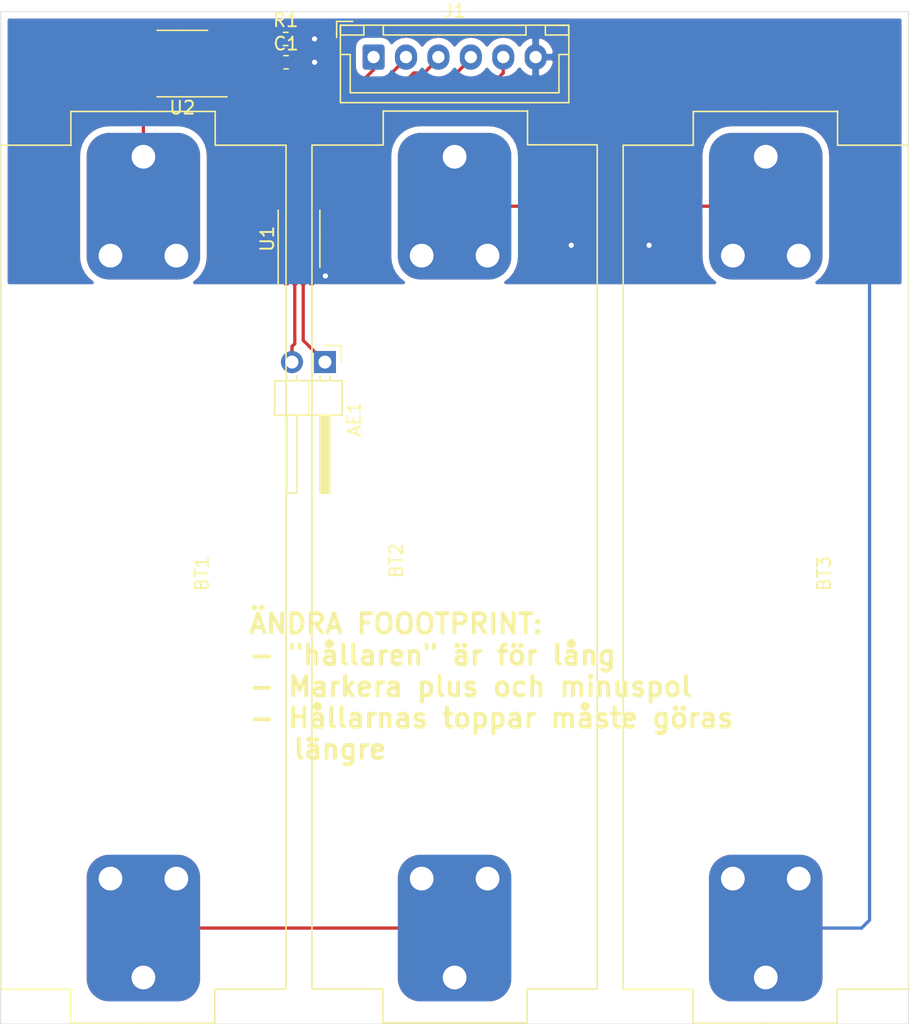
<source format=kicad_pcb>
(kicad_pcb (version 20171130) (host pcbnew "(5.1.5)-3")

  (general
    (thickness 1.6)
    (drawings 5)
    (tracks 54)
    (zones 0)
    (modules 9)
    (nets 13)
  )

  (page A4)
  (layers
    (0 F.Cu signal)
    (31 B.Cu signal)
    (32 B.Adhes user)
    (33 F.Adhes user)
    (34 B.Paste user)
    (35 F.Paste user)
    (36 B.SilkS user)
    (37 F.SilkS user)
    (38 B.Mask user)
    (39 F.Mask user)
    (40 Dwgs.User user)
    (41 Cmts.User user)
    (42 Eco1.User user)
    (43 Eco2.User user)
    (44 Edge.Cuts user)
    (45 Margin user)
    (46 B.CrtYd user)
    (47 F.CrtYd user)
    (48 B.Fab user)
    (49 F.Fab user)
  )

  (setup
    (last_trace_width 0.25)
    (trace_clearance 0.2)
    (zone_clearance 0.508)
    (zone_45_only no)
    (trace_min 0.2)
    (via_size 0.8)
    (via_drill 0.4)
    (via_min_size 0.4)
    (via_min_drill 0.3)
    (uvia_size 0.3)
    (uvia_drill 0.1)
    (uvias_allowed no)
    (uvia_min_size 0.2)
    (uvia_min_drill 0.1)
    (edge_width 0.05)
    (segment_width 0.2)
    (pcb_text_width 0.3)
    (pcb_text_size 1.5 1.5)
    (mod_edge_width 0.12)
    (mod_text_size 1 1)
    (mod_text_width 0.15)
    (pad_size 1.05 0.95)
    (pad_drill 0)
    (pad_to_mask_clearance 0.051)
    (solder_mask_min_width 0.25)
    (aux_axis_origin 0 0)
    (visible_elements FFFFFF7F)
    (pcbplotparams
      (layerselection 0x010fc_ffffffff)
      (usegerberextensions true)
      (usegerberattributes false)
      (usegerberadvancedattributes false)
      (creategerberjobfile false)
      (excludeedgelayer true)
      (linewidth 0.100000)
      (plotframeref false)
      (viasonmask false)
      (mode 1)
      (useauxorigin false)
      (hpglpennumber 1)
      (hpglpenspeed 20)
      (hpglpendiameter 15.000000)
      (psnegative false)
      (psa4output false)
      (plotreference true)
      (plotvalue true)
      (plotinvisibletext false)
      (padsonsilk false)
      (subtractmaskfromsilk false)
      (outputformat 1)
      (mirror false)
      (drillshape 0)
      (scaleselection 1)
      (outputdirectory "gerber/"))
  )

  (net 0 "")
  (net 1 "Net-(AE1-Pad2)")
  (net 2 "Net-(AE1-Pad1)")
  (net 3 "Net-(BT1-Pad2)")
  (net 4 "Net-(BT1-Pad1)")
  (net 5 "Net-(BT2-Pad2)")
  (net 6 /Sheet5FAF080E/BATT_RET)
  (net 7 "Net-(C1-Pad1)")
  (net 8 "Net-(J1-Pad5)")
  (net 9 "Net-(J1-Pad4)")
  (net 10 "Net-(J1-Pad3)")
  (net 11 "Net-(J1-Pad2)")
  (net 12 +BATT)

  (net_class Default "This is the default net class."
    (clearance 0.2)
    (trace_width 0.25)
    (via_dia 0.8)
    (via_drill 0.4)
    (uvia_dia 0.3)
    (uvia_drill 0.1)
    (add_net +BATT)
    (add_net /Sheet5FAF080E/BATT_RET)
    (add_net "Net-(AE1-Pad1)")
    (add_net "Net-(AE1-Pad2)")
    (add_net "Net-(BT1-Pad1)")
    (add_net "Net-(BT1-Pad2)")
    (add_net "Net-(BT2-Pad2)")
    (add_net "Net-(C1-Pad1)")
    (add_net "Net-(J1-Pad2)")
    (add_net "Net-(J1-Pad3)")
    (add_net "Net-(J1-Pad4)")
    (add_net "Net-(J1-Pad5)")
  )

  (module Package_SO:SOP-8_3.9x4.9mm_P1.27mm (layer F.Cu) (tedit 5D9F72B1) (tstamp 5FB05B7C)
    (at 60 57 180)
    (descr "SOP, 8 Pin (http://www.macronix.com/Lists/Datasheet/Attachments/7534/MX25R3235F,%20Wide%20Range,%2032Mb,%20v1.6.pdf#page=79), generated with kicad-footprint-generator ipc_gullwing_generator.py")
    (tags "SOP SO")
    (path /5FAF080F/5F40404B)
    (attr smd)
    (fp_text reference U2 (at 0 -3.4) (layer F.SilkS)
      (effects (font (size 1 1) (thickness 0.15)))
    )
    (fp_text value MCQ4407 (at 0 3.4) (layer F.Fab)
      (effects (font (size 1 1) (thickness 0.15)))
    )
    (fp_line (start 0 2.56) (end 1.95 2.56) (layer F.SilkS) (width 0.12))
    (fp_line (start 0 2.56) (end -1.95 2.56) (layer F.SilkS) (width 0.12))
    (fp_line (start 0 -2.56) (end 1.95 -2.56) (layer F.SilkS) (width 0.12))
    (fp_line (start 0 -2.56) (end -3.45 -2.56) (layer F.SilkS) (width 0.12))
    (fp_line (start -0.975 -2.45) (end 1.95 -2.45) (layer F.Fab) (width 0.1))
    (fp_line (start 1.95 -2.45) (end 1.95 2.45) (layer F.Fab) (width 0.1))
    (fp_line (start 1.95 2.45) (end -1.95 2.45) (layer F.Fab) (width 0.1))
    (fp_line (start -1.95 2.45) (end -1.95 -1.475) (layer F.Fab) (width 0.1))
    (fp_line (start -1.95 -1.475) (end -0.975 -2.45) (layer F.Fab) (width 0.1))
    (fp_line (start -3.7 -2.7) (end -3.7 2.7) (layer F.CrtYd) (width 0.05))
    (fp_line (start -3.7 2.7) (end 3.7 2.7) (layer F.CrtYd) (width 0.05))
    (fp_line (start 3.7 2.7) (end 3.7 -2.7) (layer F.CrtYd) (width 0.05))
    (fp_line (start 3.7 -2.7) (end -3.7 -2.7) (layer F.CrtYd) (width 0.05))
    (fp_text user %R (at 0 0) (layer F.Fab)
      (effects (font (size 0.98 0.98) (thickness 0.15)))
    )
    (pad 1 smd roundrect (at -2.625 -1.905 180) (size 1.65 0.6) (layers F.Cu F.Paste F.Mask) (roundrect_rratio 0.25)
      (net 12 +BATT))
    (pad 2 smd roundrect (at -2.625 -0.635 180) (size 1.65 0.6) (layers F.Cu F.Paste F.Mask) (roundrect_rratio 0.25)
      (net 12 +BATT))
    (pad 3 smd roundrect (at -2.625 0.635 180) (size 1.65 0.6) (layers F.Cu F.Paste F.Mask) (roundrect_rratio 0.25)
      (net 12 +BATT))
    (pad 4 smd roundrect (at -2.625 1.905 180) (size 1.65 0.6) (layers F.Cu F.Paste F.Mask) (roundrect_rratio 0.25)
      (net 7 "Net-(C1-Pad1)"))
    (pad 5 smd roundrect (at 2.625 1.905 180) (size 1.65 0.6) (layers F.Cu F.Paste F.Mask) (roundrect_rratio 0.25)
      (net 4 "Net-(BT1-Pad1)"))
    (pad 6 smd roundrect (at 2.625 0.635 180) (size 1.65 0.6) (layers F.Cu F.Paste F.Mask) (roundrect_rratio 0.25)
      (net 4 "Net-(BT1-Pad1)"))
    (pad 7 smd roundrect (at 2.625 -0.635 180) (size 1.65 0.6) (layers F.Cu F.Paste F.Mask) (roundrect_rratio 0.25)
      (net 4 "Net-(BT1-Pad1)"))
    (pad 8 smd roundrect (at 2.625 -1.905 180) (size 1.65 0.6) (layers F.Cu F.Paste F.Mask) (roundrect_rratio 0.25)
      (net 4 "Net-(BT1-Pad1)"))
    (model ${KISYS3DMOD}/Package_SO.3dshapes/SOP-8_3.9x4.9mm_P1.27mm.wrl
      (at (xyz 0 0 0))
      (scale (xyz 1 1 1))
      (rotate (xyz 0 0 0))
    )
  )

  (module Package_SO:TSSOP-8_4.4x3mm_P0.65mm (layer F.Cu) (tedit 5E476F32) (tstamp 5FB057E9)
    (at 69 70.5 90)
    (descr "TSSOP, 8 Pin (JEDEC MO-153 Var AA https://www.jedec.org/document_search?search_api_views_fulltext=MO-153), generated with kicad-footprint-generator ipc_gullwing_generator.py")
    (tags "TSSOP SO")
    (path /5FAE5573)
    (attr smd)
    (fp_text reference U1 (at 0 -2.45 90) (layer F.SilkS)
      (effects (font (size 1 1) (thickness 0.15)))
    )
    (fp_text value ST25DV_8p (at 0 2.45 90) (layer F.Fab)
      (effects (font (size 1 1) (thickness 0.15)))
    )
    (fp_text user %R (at 0 0 90) (layer F.Fab)
      (effects (font (size 1 1) (thickness 0.15)))
    )
    (fp_line (start 3.85 -1.75) (end -3.85 -1.75) (layer F.CrtYd) (width 0.05))
    (fp_line (start 3.85 1.75) (end 3.85 -1.75) (layer F.CrtYd) (width 0.05))
    (fp_line (start -3.85 1.75) (end 3.85 1.75) (layer F.CrtYd) (width 0.05))
    (fp_line (start -3.85 -1.75) (end -3.85 1.75) (layer F.CrtYd) (width 0.05))
    (fp_line (start -2.2 -0.75) (end -1.45 -1.5) (layer F.Fab) (width 0.1))
    (fp_line (start -2.2 1.5) (end -2.2 -0.75) (layer F.Fab) (width 0.1))
    (fp_line (start 2.2 1.5) (end -2.2 1.5) (layer F.Fab) (width 0.1))
    (fp_line (start 2.2 -1.5) (end 2.2 1.5) (layer F.Fab) (width 0.1))
    (fp_line (start -1.45 -1.5) (end 2.2 -1.5) (layer F.Fab) (width 0.1))
    (fp_line (start 0 -1.61) (end -3.6 -1.61) (layer F.SilkS) (width 0.12))
    (fp_line (start 0 -1.61) (end 2.2 -1.61) (layer F.SilkS) (width 0.12))
    (fp_line (start 0 1.61) (end -2.2 1.61) (layer F.SilkS) (width 0.12))
    (fp_line (start 0 1.61) (end 2.2 1.61) (layer F.SilkS) (width 0.12))
    (pad 8 smd roundrect (at 2.8625 -0.975 90) (size 1.475 0.4) (layers F.Cu F.Paste F.Mask) (roundrect_rratio 0.25)
      (net 11 "Net-(J1-Pad2)"))
    (pad 7 smd roundrect (at 2.8625 -0.325 90) (size 1.475 0.4) (layers F.Cu F.Paste F.Mask) (roundrect_rratio 0.25)
      (net 10 "Net-(J1-Pad3)"))
    (pad 6 smd roundrect (at 2.8625 0.325 90) (size 1.475 0.4) (layers F.Cu F.Paste F.Mask) (roundrect_rratio 0.25)
      (net 9 "Net-(J1-Pad4)"))
    (pad 5 smd roundrect (at 2.8625 0.975 90) (size 1.475 0.4) (layers F.Cu F.Paste F.Mask) (roundrect_rratio 0.25)
      (net 8 "Net-(J1-Pad5)"))
    (pad 4 smd roundrect (at -2.8625 0.975 90) (size 1.475 0.4) (layers F.Cu F.Paste F.Mask) (roundrect_rratio 0.25)
      (net 6 /Sheet5FAF080E/BATT_RET))
    (pad 3 smd roundrect (at -2.8625 0.325 90) (size 1.475 0.4) (layers F.Cu F.Paste F.Mask) (roundrect_rratio 0.25)
      (net 2 "Net-(AE1-Pad1)"))
    (pad 2 smd roundrect (at -2.8625 -0.325 90) (size 1.475 0.4) (layers F.Cu F.Paste F.Mask) (roundrect_rratio 0.25)
      (net 1 "Net-(AE1-Pad2)"))
    (pad 1 smd roundrect (at -2.8625 -0.975 90) (size 1.475 0.4) (layers F.Cu F.Paste F.Mask) (roundrect_rratio 0.25))
    (model ${KISYS3DMOD}/Package_SO.3dshapes/TSSOP-8_4.4x3mm_P0.65mm.wrl
      (at (xyz 0 0 0))
      (scale (xyz 1 1 1))
      (rotate (xyz 0 0 0))
    )
  )

  (module Resistor_SMD:R_0603_1608Metric_Pad1.05x0.95mm_HandSolder (layer F.Cu) (tedit 5FB0046C) (tstamp 5FB057CF)
    (at 67.975 55.1)
    (descr "Resistor SMD 0603 (1608 Metric), square (rectangular) end terminal, IPC_7351 nominal with elongated pad for handsoldering. (Body size source: http://www.tortai-tech.com/upload/download/2011102023233369053.pdf), generated with kicad-footprint-generator")
    (tags "resistor handsolder")
    (path /5FAF080F/5F417BFA)
    (attr smd)
    (fp_text reference R1 (at 0 -1.43) (layer F.SilkS)
      (effects (font (size 1 1) (thickness 0.15)))
    )
    (fp_text value 1k (at 0 1.43) (layer F.Fab)
      (effects (font (size 1 1) (thickness 0.15)))
    )
    (fp_text user %R (at 0 0) (layer F.Fab)
      (effects (font (size 0.4 0.4) (thickness 0.06)))
    )
    (fp_line (start 1.65 0.73) (end -1.65 0.73) (layer F.CrtYd) (width 0.05))
    (fp_line (start 1.65 -0.73) (end 1.65 0.73) (layer F.CrtYd) (width 0.05))
    (fp_line (start -1.65 -0.73) (end 1.65 -0.73) (layer F.CrtYd) (width 0.05))
    (fp_line (start -1.65 0.73) (end -1.65 -0.73) (layer F.CrtYd) (width 0.05))
    (fp_line (start -0.171267 0.51) (end 0.171267 0.51) (layer F.SilkS) (width 0.12))
    (fp_line (start -0.171267 -0.51) (end 0.171267 -0.51) (layer F.SilkS) (width 0.12))
    (fp_line (start 0.8 0.4) (end -0.8 0.4) (layer F.Fab) (width 0.1))
    (fp_line (start 0.8 -0.4) (end 0.8 0.4) (layer F.Fab) (width 0.1))
    (fp_line (start -0.8 -0.4) (end 0.8 -0.4) (layer F.Fab) (width 0.1))
    (fp_line (start -0.8 0.4) (end -0.8 -0.4) (layer F.Fab) (width 0.1))
    (pad 2 smd roundrect (at 0.875 0) (size 1.05 0.95) (layers F.Cu F.Paste F.Mask) (roundrect_rratio 0.25)
      (net 6 /Sheet5FAF080E/BATT_RET))
    (pad 1 smd roundrect (at -0.975 0) (size 1.05 0.95) (layers F.Cu F.Paste F.Mask) (roundrect_rratio 0.25)
      (net 7 "Net-(C1-Pad1)"))
    (model ${KISYS3DMOD}/Resistor_SMD.3dshapes/R_0603_1608Metric.wrl
      (at (xyz 0 0 0))
      (scale (xyz 1 1 1))
      (rotate (xyz 0 0 0))
    )
  )

  (module Connector_JST:JST_XH_B6B-XH-A_1x06_P2.50mm_Vertical (layer F.Cu) (tedit 5C28146C) (tstamp 5FB057BE)
    (at 74.75 56.5)
    (descr "JST XH series connector, B6B-XH-A (http://www.jst-mfg.com/product/pdf/eng/eXH.pdf), generated with kicad-footprint-generator")
    (tags "connector JST XH vertical")
    (path /5FAFC15A)
    (fp_text reference J1 (at 6.25 -3.55) (layer F.SilkS)
      (effects (font (size 1 1) (thickness 0.15)))
    )
    (fp_text value Conn_01x06_Female (at 6.25 4.6) (layer F.Fab)
      (effects (font (size 1 1) (thickness 0.15)))
    )
    (fp_text user %R (at 6.25 2.7) (layer F.Fab)
      (effects (font (size 1 1) (thickness 0.15)))
    )
    (fp_line (start -2.85 -2.75) (end -2.85 -1.5) (layer F.SilkS) (width 0.12))
    (fp_line (start -1.6 -2.75) (end -2.85 -2.75) (layer F.SilkS) (width 0.12))
    (fp_line (start 14.3 2.75) (end 6.25 2.75) (layer F.SilkS) (width 0.12))
    (fp_line (start 14.3 -0.2) (end 14.3 2.75) (layer F.SilkS) (width 0.12))
    (fp_line (start 15.05 -0.2) (end 14.3 -0.2) (layer F.SilkS) (width 0.12))
    (fp_line (start -1.8 2.75) (end 6.25 2.75) (layer F.SilkS) (width 0.12))
    (fp_line (start -1.8 -0.2) (end -1.8 2.75) (layer F.SilkS) (width 0.12))
    (fp_line (start -2.55 -0.2) (end -1.8 -0.2) (layer F.SilkS) (width 0.12))
    (fp_line (start 15.05 -2.45) (end 13.25 -2.45) (layer F.SilkS) (width 0.12))
    (fp_line (start 15.05 -1.7) (end 15.05 -2.45) (layer F.SilkS) (width 0.12))
    (fp_line (start 13.25 -1.7) (end 15.05 -1.7) (layer F.SilkS) (width 0.12))
    (fp_line (start 13.25 -2.45) (end 13.25 -1.7) (layer F.SilkS) (width 0.12))
    (fp_line (start -0.75 -2.45) (end -2.55 -2.45) (layer F.SilkS) (width 0.12))
    (fp_line (start -0.75 -1.7) (end -0.75 -2.45) (layer F.SilkS) (width 0.12))
    (fp_line (start -2.55 -1.7) (end -0.75 -1.7) (layer F.SilkS) (width 0.12))
    (fp_line (start -2.55 -2.45) (end -2.55 -1.7) (layer F.SilkS) (width 0.12))
    (fp_line (start 11.75 -2.45) (end 0.75 -2.45) (layer F.SilkS) (width 0.12))
    (fp_line (start 11.75 -1.7) (end 11.75 -2.45) (layer F.SilkS) (width 0.12))
    (fp_line (start 0.75 -1.7) (end 11.75 -1.7) (layer F.SilkS) (width 0.12))
    (fp_line (start 0.75 -2.45) (end 0.75 -1.7) (layer F.SilkS) (width 0.12))
    (fp_line (start 0 -1.35) (end 0.625 -2.35) (layer F.Fab) (width 0.1))
    (fp_line (start -0.625 -2.35) (end 0 -1.35) (layer F.Fab) (width 0.1))
    (fp_line (start 15.45 -2.85) (end -2.95 -2.85) (layer F.CrtYd) (width 0.05))
    (fp_line (start 15.45 3.9) (end 15.45 -2.85) (layer F.CrtYd) (width 0.05))
    (fp_line (start -2.95 3.9) (end 15.45 3.9) (layer F.CrtYd) (width 0.05))
    (fp_line (start -2.95 -2.85) (end -2.95 3.9) (layer F.CrtYd) (width 0.05))
    (fp_line (start 15.06 -2.46) (end -2.56 -2.46) (layer F.SilkS) (width 0.12))
    (fp_line (start 15.06 3.51) (end 15.06 -2.46) (layer F.SilkS) (width 0.12))
    (fp_line (start -2.56 3.51) (end 15.06 3.51) (layer F.SilkS) (width 0.12))
    (fp_line (start -2.56 -2.46) (end -2.56 3.51) (layer F.SilkS) (width 0.12))
    (fp_line (start 14.95 -2.35) (end -2.45 -2.35) (layer F.Fab) (width 0.1))
    (fp_line (start 14.95 3.4) (end 14.95 -2.35) (layer F.Fab) (width 0.1))
    (fp_line (start -2.45 3.4) (end 14.95 3.4) (layer F.Fab) (width 0.1))
    (fp_line (start -2.45 -2.35) (end -2.45 3.4) (layer F.Fab) (width 0.1))
    (pad 6 thru_hole oval (at 12.5 0) (size 1.7 1.95) (drill 0.95) (layers *.Cu *.Mask)
      (net 6 /Sheet5FAF080E/BATT_RET))
    (pad 5 thru_hole oval (at 10 0) (size 1.7 1.95) (drill 0.95) (layers *.Cu *.Mask)
      (net 8 "Net-(J1-Pad5)"))
    (pad 4 thru_hole oval (at 7.5 0) (size 1.7 1.95) (drill 0.95) (layers *.Cu *.Mask)
      (net 9 "Net-(J1-Pad4)"))
    (pad 3 thru_hole oval (at 5 0) (size 1.7 1.95) (drill 0.95) (layers *.Cu *.Mask)
      (net 10 "Net-(J1-Pad3)"))
    (pad 2 thru_hole oval (at 2.5 0) (size 1.7 1.95) (drill 0.95) (layers *.Cu *.Mask)
      (net 11 "Net-(J1-Pad2)"))
    (pad 1 thru_hole roundrect (at 0 0) (size 1.7 1.95) (drill 0.95) (layers *.Cu *.Mask) (roundrect_rratio 0.147059)
      (net 12 +BATT))
    (model ${KISYS3DMOD}/Connector_JST.3dshapes/JST_XH_B6B-XH-A_1x06_P2.50mm_Vertical.wrl
      (at (xyz 0 0 0))
      (scale (xyz 1 1 1))
      (rotate (xyz 0 0 0))
    )
  )

  (module Capacitor_SMD:C_0603_1608Metric_Pad1.05x0.95mm_HandSolder (layer F.Cu) (tedit 5FB00471) (tstamp 5FB05791)
    (at 68 56.9)
    (descr "Capacitor SMD 0603 (1608 Metric), square (rectangular) end terminal, IPC_7351 nominal with elongated pad for handsoldering. (Body size source: http://www.tortai-tech.com/upload/download/2011102023233369053.pdf), generated with kicad-footprint-generator")
    (tags "capacitor handsolder")
    (path /5FAF080F/5F3FF216)
    (attr smd)
    (fp_text reference C1 (at 0 -1.43) (layer F.SilkS)
      (effects (font (size 1 1) (thickness 0.15)))
    )
    (fp_text value "47nF 20V" (at 0 1.43) (layer F.Fab)
      (effects (font (size 1 1) (thickness 0.15)))
    )
    (fp_text user %R (at 0 0) (layer F.Fab)
      (effects (font (size 0.4 0.4) (thickness 0.06)))
    )
    (fp_line (start 1.65 0.73) (end -1.65 0.73) (layer F.CrtYd) (width 0.05))
    (fp_line (start 1.65 -0.73) (end 1.65 0.73) (layer F.CrtYd) (width 0.05))
    (fp_line (start -1.65 -0.73) (end 1.65 -0.73) (layer F.CrtYd) (width 0.05))
    (fp_line (start -1.65 0.73) (end -1.65 -0.73) (layer F.CrtYd) (width 0.05))
    (fp_line (start -0.171267 0.51) (end 0.171267 0.51) (layer F.SilkS) (width 0.12))
    (fp_line (start -0.171267 -0.51) (end 0.171267 -0.51) (layer F.SilkS) (width 0.12))
    (fp_line (start 0.8 0.4) (end -0.8 0.4) (layer F.Fab) (width 0.1))
    (fp_line (start 0.8 -0.4) (end 0.8 0.4) (layer F.Fab) (width 0.1))
    (fp_line (start -0.8 -0.4) (end 0.8 -0.4) (layer F.Fab) (width 0.1))
    (fp_line (start -0.8 0.4) (end -0.8 -0.4) (layer F.Fab) (width 0.1))
    (pad 2 smd roundrect (at 0.875 0) (size 1.05 0.95) (layers F.Cu F.Paste F.Mask) (roundrect_rratio 0.25)
      (net 6 /Sheet5FAF080E/BATT_RET))
    (pad 1 smd roundrect (at -1 0) (size 1.05 0.95) (layers F.Cu F.Paste F.Mask) (roundrect_rratio 0.25)
      (net 7 "Net-(C1-Pad1)"))
    (model ${KISYS3DMOD}/Capacitor_SMD.3dshapes/C_0603_1608Metric.wrl
      (at (xyz 0 0 0))
      (scale (xyz 1 1 1))
      (rotate (xyz 0 0 0))
    )
  )

  (module NFC_hatch_tmp:18650_holder_SMD (layer F.Cu) (tedit 5FAFFC60) (tstamp 5FB05DFF)
    (at 105 95.8)
    (path /5FAF080F/5F434896)
    (fp_text reference BT3 (at 4.5 0.5 90) (layer F.SilkS)
      (effects (font (size 1 1) (thickness 0.15)))
    )
    (fp_text value 18650 (at -4.5 0 90) (layer F.Fab)
      (effects (font (size 1 1) (thickness 0.15)))
    )
    (fp_line (start 5.535 -35.11) (end -0.03 -35.11) (layer F.SilkS) (width 0.12))
    (fp_line (start 11 -0.01) (end 11 -32.51) (layer F.SilkS) (width 0.12))
    (fp_line (start -0.06 35.14) (end 5.505 35.14) (layer F.SilkS) (width 0.12))
    (fp_line (start -5.625 32.54) (end -11 32.54) (layer F.SilkS) (width 0.12))
    (fp_line (start 5.535 -32.51) (end 11 -32.51) (layer F.SilkS) (width 0.12))
    (fp_line (start -11 -32.51) (end -5.595 -32.51) (layer F.SilkS) (width 0.12))
    (fp_line (start 11 32.52) (end 5.56 32.52) (layer F.SilkS) (width 0.12))
    (fp_line (start -5.625 35.14) (end -0.06 35.14) (layer F.SilkS) (width 0.12))
    (fp_line (start -5.625 35.17) (end -5.625 32.54) (layer F.SilkS) (width 0.12))
    (fp_line (start 5.535 -35.14) (end 5.535 -32.51) (layer F.SilkS) (width 0.12))
    (fp_line (start 5.505 35.15) (end 5.505 32.52) (layer F.SilkS) (width 0.12))
    (fp_line (start -11 -32.51) (end -11 32.49) (layer F.SilkS) (width 0.12))
    (fp_line (start -5.595 -35.12) (end -5.595 -32.49) (layer F.SilkS) (width 0.12))
    (fp_line (start 11 32.49) (end 11 -0.01) (layer F.SilkS) (width 0.12))
    (fp_line (start -0.03 -35.11) (end -5.595 -35.11) (layer F.SilkS) (width 0.12))
    (pad 2 smd roundrect (at 0 27.81) (size 8.75 11.3) (layers B.Cu F.Mask) (roundrect_rratio 0.2)
      (net 6 /Sheet5FAF080E/BATT_RET))
    (pad 2 smd roundrect (at 0 27.81) (size 8.75 11.3) (layers F.Cu F.Mask) (roundrect_rratio 0.2)
      (net 6 /Sheet5FAF080E/BATT_RET))
    (pad 1 smd roundrect (at 0 -27.81) (size 8.75 11.3) (layers B.Cu F.Mask) (roundrect_rratio 0.2)
      (net 5 "Net-(BT2-Pad2)"))
    (pad 1 smd roundrect (at 0 -27.81) (size 8.75 11.3) (layers F.Cu F.Mask) (roundrect_rratio 0.2)
      (net 5 "Net-(BT2-Pad2)"))
    (pad 2 thru_hole circle (at 0 31.62) (size 3.66 3.66) (drill 1.83) (layers *.Cu *.Mask)
      (net 6 /Sheet5FAF080E/BATT_RET))
    (pad 1 thru_hole circle (at 0 -31.62) (size 3.66 3.66) (drill 1.83) (layers *.Cu *.Mask)
      (net 5 "Net-(BT2-Pad2)"))
    (pad 2 thru_hole circle (at 2.54 24) (size 3.66 3.66) (drill 1.83) (layers *.Cu *.Mask)
      (net 6 /Sheet5FAF080E/BATT_RET))
    (pad 2 thru_hole circle (at -2.54 24) (size 3.66 3.66) (drill 1.83) (layers *.Cu *.Mask)
      (net 6 /Sheet5FAF080E/BATT_RET))
    (pad 1 thru_hole circle (at 2.54 -24) (size 3.66 3.66) (drill 1.83) (layers *.Cu *.Mask)
      (net 5 "Net-(BT2-Pad2)"))
    (pad 1 thru_hole circle (at -2.54 -24) (size 3.66 3.66) (drill 1.83) (layers *.Cu *.Mask)
      (net 5 "Net-(BT2-Pad2)"))
  )

  (module NFC_hatch_tmp:18650_holder_SMD (layer F.Cu) (tedit 5FAFFC60) (tstamp 5FB05763)
    (at 81 95.8 180)
    (path /5FAF080F/5F434D15)
    (fp_text reference BT2 (at 4.5 0.5 90) (layer F.SilkS)
      (effects (font (size 1 1) (thickness 0.15)))
    )
    (fp_text value 18650 (at -4.5 0 90) (layer F.Fab)
      (effects (font (size 1 1) (thickness 0.15)))
    )
    (fp_line (start 5.535 -35.11) (end -0.03 -35.11) (layer F.SilkS) (width 0.12))
    (fp_line (start 11 -0.01) (end 11 -32.51) (layer F.SilkS) (width 0.12))
    (fp_line (start -0.06 35.14) (end 5.505 35.14) (layer F.SilkS) (width 0.12))
    (fp_line (start -5.625 32.54) (end -11 32.54) (layer F.SilkS) (width 0.12))
    (fp_line (start 5.535 -32.51) (end 11 -32.51) (layer F.SilkS) (width 0.12))
    (fp_line (start -11 -32.51) (end -5.595 -32.51) (layer F.SilkS) (width 0.12))
    (fp_line (start 11 32.52) (end 5.56 32.52) (layer F.SilkS) (width 0.12))
    (fp_line (start -5.625 35.14) (end -0.06 35.14) (layer F.SilkS) (width 0.12))
    (fp_line (start -5.625 35.17) (end -5.625 32.54) (layer F.SilkS) (width 0.12))
    (fp_line (start 5.535 -35.14) (end 5.535 -32.51) (layer F.SilkS) (width 0.12))
    (fp_line (start 5.505 35.15) (end 5.505 32.52) (layer F.SilkS) (width 0.12))
    (fp_line (start -11 -32.51) (end -11 32.49) (layer F.SilkS) (width 0.12))
    (fp_line (start -5.595 -35.12) (end -5.595 -32.49) (layer F.SilkS) (width 0.12))
    (fp_line (start 11 32.49) (end 11 -0.01) (layer F.SilkS) (width 0.12))
    (fp_line (start -0.03 -35.11) (end -5.595 -35.11) (layer F.SilkS) (width 0.12))
    (pad 2 smd roundrect (at 0 27.81 180) (size 8.75 11.3) (layers B.Cu F.Mask) (roundrect_rratio 0.2)
      (net 5 "Net-(BT2-Pad2)"))
    (pad 2 smd roundrect (at 0 27.81 180) (size 8.75 11.3) (layers F.Cu F.Mask) (roundrect_rratio 0.2)
      (net 5 "Net-(BT2-Pad2)"))
    (pad 1 smd roundrect (at 0 -27.81 180) (size 8.75 11.3) (layers B.Cu F.Mask) (roundrect_rratio 0.2)
      (net 3 "Net-(BT1-Pad2)"))
    (pad 1 smd roundrect (at 0 -27.81 180) (size 8.75 11.3) (layers F.Cu F.Mask) (roundrect_rratio 0.2)
      (net 3 "Net-(BT1-Pad2)"))
    (pad 2 thru_hole circle (at 0 31.62 180) (size 3.66 3.66) (drill 1.83) (layers *.Cu *.Mask)
      (net 5 "Net-(BT2-Pad2)"))
    (pad 1 thru_hole circle (at 0 -31.62 180) (size 3.66 3.66) (drill 1.83) (layers *.Cu *.Mask)
      (net 3 "Net-(BT1-Pad2)"))
    (pad 2 thru_hole circle (at 2.54 24 180) (size 3.66 3.66) (drill 1.83) (layers *.Cu *.Mask)
      (net 5 "Net-(BT2-Pad2)"))
    (pad 2 thru_hole circle (at -2.54 24 180) (size 3.66 3.66) (drill 1.83) (layers *.Cu *.Mask)
      (net 5 "Net-(BT2-Pad2)"))
    (pad 1 thru_hole circle (at 2.54 -24 180) (size 3.66 3.66) (drill 1.83) (layers *.Cu *.Mask)
      (net 3 "Net-(BT1-Pad2)"))
    (pad 1 thru_hole circle (at -2.54 -24 180) (size 3.66 3.66) (drill 1.83) (layers *.Cu *.Mask)
      (net 3 "Net-(BT1-Pad2)"))
  )

  (module NFC_hatch_tmp:18650_holder_SMD (layer F.Cu) (tedit 5FAFFC60) (tstamp 5FB05746)
    (at 57 95.8)
    (path /5FAF080F/5F43518D)
    (fp_text reference BT1 (at 4.5 0.5 90) (layer F.SilkS)
      (effects (font (size 1 1) (thickness 0.15)))
    )
    (fp_text value 18650 (at -4.5 0 90) (layer F.Fab)
      (effects (font (size 1 1) (thickness 0.15)))
    )
    (fp_line (start 5.535 -35.11) (end -0.03 -35.11) (layer F.SilkS) (width 0.12))
    (fp_line (start 11 -0.01) (end 11 -32.51) (layer F.SilkS) (width 0.12))
    (fp_line (start -0.06 35.14) (end 5.505 35.14) (layer F.SilkS) (width 0.12))
    (fp_line (start -5.625 32.54) (end -11 32.54) (layer F.SilkS) (width 0.12))
    (fp_line (start 5.535 -32.51) (end 11 -32.51) (layer F.SilkS) (width 0.12))
    (fp_line (start -11 -32.51) (end -5.595 -32.51) (layer F.SilkS) (width 0.12))
    (fp_line (start 11 32.52) (end 5.56 32.52) (layer F.SilkS) (width 0.12))
    (fp_line (start -5.625 35.14) (end -0.06 35.14) (layer F.SilkS) (width 0.12))
    (fp_line (start -5.625 35.17) (end -5.625 32.54) (layer F.SilkS) (width 0.12))
    (fp_line (start 5.535 -35.14) (end 5.535 -32.51) (layer F.SilkS) (width 0.12))
    (fp_line (start 5.505 35.15) (end 5.505 32.52) (layer F.SilkS) (width 0.12))
    (fp_line (start -11 -32.51) (end -11 32.49) (layer F.SilkS) (width 0.12))
    (fp_line (start -5.595 -35.12) (end -5.595 -32.49) (layer F.SilkS) (width 0.12))
    (fp_line (start 11 32.49) (end 11 -0.01) (layer F.SilkS) (width 0.12))
    (fp_line (start -0.03 -35.11) (end -5.595 -35.11) (layer F.SilkS) (width 0.12))
    (pad 2 smd roundrect (at 0 27.81) (size 8.75 11.3) (layers B.Cu F.Mask) (roundrect_rratio 0.2)
      (net 3 "Net-(BT1-Pad2)"))
    (pad 2 smd roundrect (at 0 27.81) (size 8.75 11.3) (layers F.Cu F.Mask) (roundrect_rratio 0.2)
      (net 3 "Net-(BT1-Pad2)"))
    (pad 1 smd roundrect (at 0 -27.81) (size 8.75 11.3) (layers B.Cu F.Mask) (roundrect_rratio 0.2)
      (net 4 "Net-(BT1-Pad1)"))
    (pad 1 smd roundrect (at 0 -27.81) (size 8.75 11.3) (layers F.Cu F.Mask) (roundrect_rratio 0.2)
      (net 4 "Net-(BT1-Pad1)"))
    (pad 2 thru_hole circle (at 0 31.62) (size 3.66 3.66) (drill 1.83) (layers *.Cu *.Mask)
      (net 3 "Net-(BT1-Pad2)"))
    (pad 1 thru_hole circle (at 0 -31.62) (size 3.66 3.66) (drill 1.83) (layers *.Cu *.Mask)
      (net 4 "Net-(BT1-Pad1)"))
    (pad 2 thru_hole circle (at 2.54 24) (size 3.66 3.66) (drill 1.83) (layers *.Cu *.Mask)
      (net 3 "Net-(BT1-Pad2)"))
    (pad 2 thru_hole circle (at -2.54 24) (size 3.66 3.66) (drill 1.83) (layers *.Cu *.Mask)
      (net 3 "Net-(BT1-Pad2)"))
    (pad 1 thru_hole circle (at 2.54 -24) (size 3.66 3.66) (drill 1.83) (layers *.Cu *.Mask)
      (net 4 "Net-(BT1-Pad1)"))
    (pad 1 thru_hole circle (at -2.54 -24) (size 3.66 3.66) (drill 1.83) (layers *.Cu *.Mask)
      (net 4 "Net-(BT1-Pad1)"))
  )

  (module Connector_PinHeader_2.54mm:PinHeader_1x02_P2.54mm_Horizontal (layer F.Cu) (tedit 59FED5CB) (tstamp 5FB05729)
    (at 71 80 270)
    (descr "Through hole angled pin header, 1x02, 2.54mm pitch, 6mm pin length, single row")
    (tags "Through hole angled pin header THT 1x02 2.54mm single row")
    (path /5FAE3919)
    (fp_text reference AE1 (at 4.385 -2.27 90) (layer F.SilkS)
      (effects (font (size 1 1) (thickness 0.15)))
    )
    (fp_text value Antenna_Loop (at 4.385 4.81 90) (layer F.Fab)
      (effects (font (size 1 1) (thickness 0.15)))
    )
    (fp_text user %R (at 2.77 1.27) (layer F.Fab)
      (effects (font (size 1 1) (thickness 0.15)))
    )
    (fp_line (start 10.55 -1.8) (end -1.8 -1.8) (layer F.CrtYd) (width 0.05))
    (fp_line (start 10.55 4.35) (end 10.55 -1.8) (layer F.CrtYd) (width 0.05))
    (fp_line (start -1.8 4.35) (end 10.55 4.35) (layer F.CrtYd) (width 0.05))
    (fp_line (start -1.8 -1.8) (end -1.8 4.35) (layer F.CrtYd) (width 0.05))
    (fp_line (start -1.27 -1.27) (end 0 -1.27) (layer F.SilkS) (width 0.12))
    (fp_line (start -1.27 0) (end -1.27 -1.27) (layer F.SilkS) (width 0.12))
    (fp_line (start 1.042929 2.92) (end 1.44 2.92) (layer F.SilkS) (width 0.12))
    (fp_line (start 1.042929 2.16) (end 1.44 2.16) (layer F.SilkS) (width 0.12))
    (fp_line (start 10.1 2.92) (end 4.1 2.92) (layer F.SilkS) (width 0.12))
    (fp_line (start 10.1 2.16) (end 10.1 2.92) (layer F.SilkS) (width 0.12))
    (fp_line (start 4.1 2.16) (end 10.1 2.16) (layer F.SilkS) (width 0.12))
    (fp_line (start 1.44 1.27) (end 4.1 1.27) (layer F.SilkS) (width 0.12))
    (fp_line (start 1.11 0.38) (end 1.44 0.38) (layer F.SilkS) (width 0.12))
    (fp_line (start 1.11 -0.38) (end 1.44 -0.38) (layer F.SilkS) (width 0.12))
    (fp_line (start 4.1 0.28) (end 10.1 0.28) (layer F.SilkS) (width 0.12))
    (fp_line (start 4.1 0.16) (end 10.1 0.16) (layer F.SilkS) (width 0.12))
    (fp_line (start 4.1 0.04) (end 10.1 0.04) (layer F.SilkS) (width 0.12))
    (fp_line (start 4.1 -0.08) (end 10.1 -0.08) (layer F.SilkS) (width 0.12))
    (fp_line (start 4.1 -0.2) (end 10.1 -0.2) (layer F.SilkS) (width 0.12))
    (fp_line (start 4.1 -0.32) (end 10.1 -0.32) (layer F.SilkS) (width 0.12))
    (fp_line (start 10.1 0.38) (end 4.1 0.38) (layer F.SilkS) (width 0.12))
    (fp_line (start 10.1 -0.38) (end 10.1 0.38) (layer F.SilkS) (width 0.12))
    (fp_line (start 4.1 -0.38) (end 10.1 -0.38) (layer F.SilkS) (width 0.12))
    (fp_line (start 4.1 -1.33) (end 1.44 -1.33) (layer F.SilkS) (width 0.12))
    (fp_line (start 4.1 3.87) (end 4.1 -1.33) (layer F.SilkS) (width 0.12))
    (fp_line (start 1.44 3.87) (end 4.1 3.87) (layer F.SilkS) (width 0.12))
    (fp_line (start 1.44 -1.33) (end 1.44 3.87) (layer F.SilkS) (width 0.12))
    (fp_line (start 4.04 2.86) (end 10.04 2.86) (layer F.Fab) (width 0.1))
    (fp_line (start 10.04 2.22) (end 10.04 2.86) (layer F.Fab) (width 0.1))
    (fp_line (start 4.04 2.22) (end 10.04 2.22) (layer F.Fab) (width 0.1))
    (fp_line (start -0.32 2.86) (end 1.5 2.86) (layer F.Fab) (width 0.1))
    (fp_line (start -0.32 2.22) (end -0.32 2.86) (layer F.Fab) (width 0.1))
    (fp_line (start -0.32 2.22) (end 1.5 2.22) (layer F.Fab) (width 0.1))
    (fp_line (start 4.04 0.32) (end 10.04 0.32) (layer F.Fab) (width 0.1))
    (fp_line (start 10.04 -0.32) (end 10.04 0.32) (layer F.Fab) (width 0.1))
    (fp_line (start 4.04 -0.32) (end 10.04 -0.32) (layer F.Fab) (width 0.1))
    (fp_line (start -0.32 0.32) (end 1.5 0.32) (layer F.Fab) (width 0.1))
    (fp_line (start -0.32 -0.32) (end -0.32 0.32) (layer F.Fab) (width 0.1))
    (fp_line (start -0.32 -0.32) (end 1.5 -0.32) (layer F.Fab) (width 0.1))
    (fp_line (start 1.5 -0.635) (end 2.135 -1.27) (layer F.Fab) (width 0.1))
    (fp_line (start 1.5 3.81) (end 1.5 -0.635) (layer F.Fab) (width 0.1))
    (fp_line (start 4.04 3.81) (end 1.5 3.81) (layer F.Fab) (width 0.1))
    (fp_line (start 4.04 -1.27) (end 4.04 3.81) (layer F.Fab) (width 0.1))
    (fp_line (start 2.135 -1.27) (end 4.04 -1.27) (layer F.Fab) (width 0.1))
    (pad 2 thru_hole oval (at 0 2.54 270) (size 1.7 1.7) (drill 1) (layers *.Cu *.Mask)
      (net 1 "Net-(AE1-Pad2)"))
    (pad 1 thru_hole rect (at 0 0 270) (size 1.7 1.7) (drill 1) (layers *.Cu *.Mask)
      (net 2 "Net-(AE1-Pad1)"))
    (model ${KISYS3DMOD}/Connector_PinHeader_2.54mm.3dshapes/PinHeader_1x02_P2.54mm_Horizontal.wrl
      (at (xyz 0 0 0))
      (scale (xyz 1 1 1))
      (rotate (xyz 0 0 0))
    )
  )

  (gr_text "ÄNDRA FOOOTPRINT:\n- \"hållaren\" är för lång\n- Markera plus och minuspol\n- Hållarnas toppar måste göras\n   längre" (at 65 105) (layer F.SilkS)
    (effects (font (size 1.5 1.5) (thickness 0.3)) (justify left))
  )
  (gr_line (start 46 53) (end 116 53) (layer Edge.Cuts) (width 0.05) (tstamp 5FB05FFD))
  (gr_line (start 116 131) (end 116 53) (layer Edge.Cuts) (width 0.05))
  (gr_line (start 46 131) (end 116 131) (layer Edge.Cuts) (width 0.05))
  (gr_line (start 46 53) (end 46 131) (layer Edge.Cuts) (width 0.05))

  (segment (start 68.675 74.1) (end 68.675 73.3625) (width 0.25) (layer F.Cu) (net 1))
  (segment (start 68.675 78.582919) (end 68.675 74.1) (width 0.25) (layer F.Cu) (net 1))
  (segment (start 68.46 78.797919) (end 68.675 78.582919) (width 0.25) (layer F.Cu) (net 1))
  (segment (start 68.46 80) (end 68.46 78.797919) (width 0.25) (layer F.Cu) (net 1))
  (segment (start 69.325 78.325) (end 71 80) (width 0.25) (layer F.Cu) (net 2))
  (segment (start 69.325 73.3625) (end 69.325 78.325) (width 0.25) (layer F.Cu) (net 2))
  (segment (start 74.65 123.61) (end 81 123.61) (width 0.25) (layer F.Cu) (net 3))
  (segment (start 57 123.61) (end 74.65 123.61) (width 0.25) (layer F.Cu) (net 3))
  (segment (start 57 59.28) (end 57.375 58.905) (width 0.25) (layer F.Cu) (net 4))
  (segment (start 57 67.99) (end 57 59.28) (width 0.25) (layer F.Cu) (net 4))
  (segment (start 57.375 58.905) (end 57.375 55.095) (width 0.25) (layer F.Cu) (net 4))
  (segment (start 100.625 67.99) (end 81 67.99) (width 0.25) (layer F.Cu) (net 5))
  (segment (start 105 67.99) (end 100.625 67.99) (width 0.25) (layer F.Cu) (net 5))
  (segment (start 68.85 56.875) (end 68.875 56.9) (width 0.25) (layer F.Cu) (net 6))
  (segment (start 105 123.61) (end 112.39 123.61) (width 0.25) (layer B.Cu) (net 6))
  (segment (start 112.39 123.61) (end 113 123) (width 0.25) (layer B.Cu) (net 6))
  (segment (start 113 123) (end 113 73) (width 0.25) (layer B.Cu) (net 6))
  (segment (start 68.85 55.1) (end 70.2 55.1) (width 0.25) (layer F.Cu) (net 6))
  (segment (start 68.875 56.9) (end 70.2 56.9) (width 0.25) (layer F.Cu) (net 6))
  (segment (start 70.2 56.9) (end 70.2 56.9) (width 0.25) (layer F.Cu) (net 6) (tstamp 5FB06DB3))
  (via (at 70.2 56.9) (size 0.8) (drill 0.4) (layers F.Cu B.Cu) (net 6))
  (segment (start 70.2 55.1) (end 70.2 55.1) (width 0.25) (layer F.Cu) (net 6) (tstamp 5FB06DB5))
  (via (at 70.2 55.1) (size 0.8) (drill 0.4) (layers F.Cu B.Cu) (net 6))
  (segment (start 69.975 73.3625) (end 71.0375 73.3625) (width 0.25) (layer F.Cu) (net 6))
  (segment (start 71.0375 73.3625) (end 71.0375 73.3625) (width 0.25) (layer F.Cu) (net 6) (tstamp 5FB06DD8))
  (via (at 90 71) (size 0.8) (drill 0.4) (layers F.Cu B.Cu) (net 6))
  (via (at 96 71) (size 0.8) (drill 0.4) (layers F.Cu B.Cu) (net 6))
  (via (at 71.0375 73.3625) (size 0.8) (drill 0.4) (layers F.Cu B.Cu) (net 6))
  (segment (start 62.63 55.1) (end 62.625 55.095) (width 0.25) (layer F.Cu) (net 7))
  (segment (start 67 55.1) (end 62.63 55.1) (width 0.25) (layer F.Cu) (net 7))
  (segment (start 67 56.9) (end 67 55.1) (width 0.25) (layer F.Cu) (net 7))
  (segment (start 84.75 57.725) (end 82.775 59.7) (width 0.25) (layer F.Cu) (net 8))
  (segment (start 84.75 56.5) (end 84.75 57.725) (width 0.25) (layer F.Cu) (net 8))
  (segment (start 77.9125 59.7) (end 69.975 67.6375) (width 0.25) (layer F.Cu) (net 8))
  (segment (start 82.775 59.7) (end 77.9125 59.7) (width 0.25) (layer F.Cu) (net 8))
  (segment (start 82.25 56.625) (end 80.275 58.6) (width 0.25) (layer F.Cu) (net 9))
  (segment (start 82.25 56.5) (end 82.25 56.625) (width 0.25) (layer F.Cu) (net 9))
  (segment (start 69.325 66.9) (end 69.325 67.6375) (width 0.25) (layer F.Cu) (net 9))
  (segment (start 77.625 58.6) (end 69.325 66.9) (width 0.25) (layer F.Cu) (net 9))
  (segment (start 80.275 58.6) (end 77.625 58.6) (width 0.25) (layer F.Cu) (net 9))
  (segment (start 77.85 57.725) (end 68.675 66.9) (width 0.25) (layer F.Cu) (net 10))
  (segment (start 78.65 57.725) (end 77.85 57.725) (width 0.25) (layer F.Cu) (net 10))
  (segment (start 68.675 66.9) (end 68.675 67.6375) (width 0.25) (layer F.Cu) (net 10))
  (segment (start 79.75 56.625) (end 78.65 57.725) (width 0.25) (layer F.Cu) (net 10))
  (segment (start 79.75 56.5) (end 79.75 56.625) (width 0.25) (layer F.Cu) (net 10))
  (segment (start 77.25 56.625) (end 77.25 56.5) (width 0.25) (layer F.Cu) (net 11))
  (segment (start 67.825 66.05) (end 77.25 56.625) (width 0.25) (layer F.Cu) (net 11))
  (segment (start 67.825 67.4375) (end 67.825 66.05) (width 0.25) (layer F.Cu) (net 11))
  (segment (start 68.025 67.6375) (end 67.825 67.4375) (width 0.25) (layer F.Cu) (net 11))
  (segment (start 63.45 58.905) (end 62.625 58.905) (width 0.25) (layer F.Cu) (net 12))
  (segment (start 73.32 58.905) (end 63.45 58.905) (width 0.25) (layer F.Cu) (net 12))
  (segment (start 74.75 57.475) (end 73.32 58.905) (width 0.25) (layer F.Cu) (net 12))
  (segment (start 74.75 56.5) (end 74.75 57.475) (width 0.25) (layer F.Cu) (net 12))
  (segment (start 62.625 56.365) (end 62.625 58.905) (width 0.25) (layer F.Cu) (net 12))

  (zone (net 6) (net_name /Sheet5FAF080E/BATT_RET) (layer B.Cu) (tstamp 5FB072C3) (hatch edge 0.508)
    (connect_pads (clearance 0.508))
    (min_thickness 0.254)
    (fill yes (arc_segments 32) (thermal_gap 0.508) (thermal_bridge_width 0.508))
    (polygon
      (pts
        (xy 116 74) (xy 46 74) (xy 46 53) (xy 116 53)
      )
    )
    (filled_polygon
      (pts
        (xy 115.340001 73.873) (xy 108.954921 73.873) (xy 109.313622 73.578622) (xy 109.610609 73.216742) (xy 109.831291 72.803876)
        (xy 109.967186 72.35589) (xy 109.991183 72.112243) (xy 110.005 72.042781) (xy 110.005 71.971957) (xy 110.013072 71.89)
        (xy 110.013072 64.09) (xy 109.967186 63.62411) (xy 109.831291 63.176124) (xy 109.610609 62.763258) (xy 109.313622 62.401378)
        (xy 108.951742 62.104391) (xy 108.538876 61.883709) (xy 108.09089 61.747814) (xy 107.625 61.701928) (xy 102.375 61.701928)
        (xy 101.90911 61.747814) (xy 101.461124 61.883709) (xy 101.048258 62.104391) (xy 100.686378 62.401378) (xy 100.389391 62.763258)
        (xy 100.168709 63.176124) (xy 100.032814 63.62411) (xy 99.986928 64.09) (xy 99.986928 71.89) (xy 99.995 71.971957)
        (xy 99.995 72.042781) (xy 100.008817 72.112243) (xy 100.032814 72.35589) (xy 100.168709 72.803876) (xy 100.389391 73.216742)
        (xy 100.686378 73.578622) (xy 101.045079 73.873) (xy 84.954921 73.873) (xy 85.313622 73.578622) (xy 85.610609 73.216742)
        (xy 85.831291 72.803876) (xy 85.967186 72.35589) (xy 85.991183 72.112243) (xy 86.005 72.042781) (xy 86.005 71.971957)
        (xy 86.013072 71.89) (xy 86.013072 64.09) (xy 85.967186 63.62411) (xy 85.831291 63.176124) (xy 85.610609 62.763258)
        (xy 85.313622 62.401378) (xy 84.951742 62.104391) (xy 84.538876 61.883709) (xy 84.09089 61.747814) (xy 83.625 61.701928)
        (xy 78.375 61.701928) (xy 77.90911 61.747814) (xy 77.461124 61.883709) (xy 77.048258 62.104391) (xy 76.686378 62.401378)
        (xy 76.389391 62.763258) (xy 76.168709 63.176124) (xy 76.032814 63.62411) (xy 75.986928 64.09) (xy 75.986928 71.89)
        (xy 75.995 71.971957) (xy 75.995 72.042781) (xy 76.008817 72.112243) (xy 76.032814 72.35589) (xy 76.168709 72.803876)
        (xy 76.389391 73.216742) (xy 76.686378 73.578622) (xy 77.045079 73.873) (xy 60.954921 73.873) (xy 61.313622 73.578622)
        (xy 61.610609 73.216742) (xy 61.831291 72.803876) (xy 61.967186 72.35589) (xy 61.991183 72.112243) (xy 62.005 72.042781)
        (xy 62.005 71.971957) (xy 62.013072 71.89) (xy 62.013072 64.09) (xy 61.967186 63.62411) (xy 61.831291 63.176124)
        (xy 61.610609 62.763258) (xy 61.313622 62.401378) (xy 60.951742 62.104391) (xy 60.538876 61.883709) (xy 60.09089 61.747814)
        (xy 59.625 61.701928) (xy 54.375 61.701928) (xy 53.90911 61.747814) (xy 53.461124 61.883709) (xy 53.048258 62.104391)
        (xy 52.686378 62.401378) (xy 52.389391 62.763258) (xy 52.168709 63.176124) (xy 52.032814 63.62411) (xy 51.986928 64.09)
        (xy 51.986928 71.89) (xy 51.995 71.971957) (xy 51.995 72.042781) (xy 52.008817 72.112243) (xy 52.032814 72.35589)
        (xy 52.168709 72.803876) (xy 52.389391 73.216742) (xy 52.686378 73.578622) (xy 53.045079 73.873) (xy 46.66 73.873)
        (xy 46.66 55.775) (xy 73.261928 55.775) (xy 73.261928 57.225) (xy 73.278992 57.398254) (xy 73.329528 57.56485)
        (xy 73.411595 57.718386) (xy 73.522038 57.852962) (xy 73.656614 57.963405) (xy 73.81015 58.045472) (xy 73.976746 58.096008)
        (xy 74.15 58.113072) (xy 75.35 58.113072) (xy 75.523254 58.096008) (xy 75.68985 58.045472) (xy 75.843386 57.963405)
        (xy 75.977962 57.852962) (xy 76.088405 57.718386) (xy 76.142777 57.616663) (xy 76.194866 57.680134) (xy 76.420987 57.865706)
        (xy 76.678967 58.003599) (xy 76.95889 58.088513) (xy 77.25 58.117185) (xy 77.541111 58.088513) (xy 77.821034 58.003599)
        (xy 78.079014 57.865706) (xy 78.305134 57.680134) (xy 78.490706 57.454014) (xy 78.5 57.436626) (xy 78.509294 57.454014)
        (xy 78.694866 57.680134) (xy 78.920987 57.865706) (xy 79.178967 58.003599) (xy 79.45889 58.088513) (xy 79.75 58.117185)
        (xy 80.041111 58.088513) (xy 80.321034 58.003599) (xy 80.579014 57.865706) (xy 80.805134 57.680134) (xy 80.990706 57.454014)
        (xy 81 57.436626) (xy 81.009294 57.454014) (xy 81.194866 57.680134) (xy 81.420987 57.865706) (xy 81.678967 58.003599)
        (xy 81.95889 58.088513) (xy 82.25 58.117185) (xy 82.541111 58.088513) (xy 82.821034 58.003599) (xy 83.079014 57.865706)
        (xy 83.305134 57.680134) (xy 83.490706 57.454014) (xy 83.5 57.436626) (xy 83.509294 57.454014) (xy 83.694866 57.680134)
        (xy 83.920987 57.865706) (xy 84.178967 58.003599) (xy 84.45889 58.088513) (xy 84.75 58.117185) (xy 85.041111 58.088513)
        (xy 85.321034 58.003599) (xy 85.579014 57.865706) (xy 85.805134 57.680134) (xy 85.990706 57.454014) (xy 86.004462 57.428278)
        (xy 86.160951 57.634429) (xy 86.378807 57.827496) (xy 86.630142 57.974352) (xy 86.89311 58.066476) (xy 87.123 57.945155)
        (xy 87.123 56.627) (xy 87.377 56.627) (xy 87.377 57.945155) (xy 87.60689 58.066476) (xy 87.869858 57.974352)
        (xy 88.121193 57.827496) (xy 88.339049 57.634429) (xy 88.515053 57.40257) (xy 88.642442 57.14083) (xy 88.71632 56.859267)
        (xy 88.576165 56.627) (xy 87.377 56.627) (xy 87.123 56.627) (xy 87.103 56.627) (xy 87.103 56.373)
        (xy 87.123 56.373) (xy 87.123 55.054845) (xy 87.377 55.054845) (xy 87.377 56.373) (xy 88.576165 56.373)
        (xy 88.71632 56.140733) (xy 88.642442 55.85917) (xy 88.515053 55.59743) (xy 88.339049 55.365571) (xy 88.121193 55.172504)
        (xy 87.869858 55.025648) (xy 87.60689 54.933524) (xy 87.377 55.054845) (xy 87.123 55.054845) (xy 86.89311 54.933524)
        (xy 86.630142 55.025648) (xy 86.378807 55.172504) (xy 86.160951 55.365571) (xy 86.004462 55.571722) (xy 85.990706 55.545986)
        (xy 85.805134 55.319866) (xy 85.579013 55.134294) (xy 85.321033 54.996401) (xy 85.04111 54.911487) (xy 84.75 54.882815)
        (xy 84.458889 54.911487) (xy 84.178966 54.996401) (xy 83.920986 55.134294) (xy 83.694866 55.319866) (xy 83.509294 55.545987)
        (xy 83.5 55.563374) (xy 83.490706 55.545986) (xy 83.305134 55.319866) (xy 83.079013 55.134294) (xy 82.821033 54.996401)
        (xy 82.54111 54.911487) (xy 82.25 54.882815) (xy 81.958889 54.911487) (xy 81.678966 54.996401) (xy 81.420986 55.134294)
        (xy 81.194866 55.319866) (xy 81.009294 55.545987) (xy 81 55.563374) (xy 80.990706 55.545986) (xy 80.805134 55.319866)
        (xy 80.579013 55.134294) (xy 80.321033 54.996401) (xy 80.04111 54.911487) (xy 79.75 54.882815) (xy 79.458889 54.911487)
        (xy 79.178966 54.996401) (xy 78.920986 55.134294) (xy 78.694866 55.319866) (xy 78.509294 55.545987) (xy 78.5 55.563374)
        (xy 78.490706 55.545986) (xy 78.305134 55.319866) (xy 78.079013 55.134294) (xy 77.821033 54.996401) (xy 77.54111 54.911487)
        (xy 77.25 54.882815) (xy 76.958889 54.911487) (xy 76.678966 54.996401) (xy 76.420986 55.134294) (xy 76.194866 55.319866)
        (xy 76.142777 55.383337) (xy 76.088405 55.281614) (xy 75.977962 55.147038) (xy 75.843386 55.036595) (xy 75.68985 54.954528)
        (xy 75.523254 54.903992) (xy 75.35 54.886928) (xy 74.15 54.886928) (xy 73.976746 54.903992) (xy 73.81015 54.954528)
        (xy 73.656614 55.036595) (xy 73.522038 55.147038) (xy 73.411595 55.281614) (xy 73.329528 55.43515) (xy 73.278992 55.601746)
        (xy 73.261928 55.775) (xy 46.66 55.775) (xy 46.66 53.66) (xy 115.340001 53.66)
      )
    )
  )
  (zone (net 6) (net_name /Sheet5FAF080E/BATT_RET) (layer F.Cu) (tstamp 5FB072C0) (hatch edge 0.508)
    (connect_pads (clearance 0.508))
    (min_thickness 0.254)
    (fill yes (arc_segments 32) (thermal_gap 0.508) (thermal_bridge_width 0.508))
    (polygon
      (pts
        (xy 116 74) (xy 46 74) (xy 46 53) (xy 116 53)
      )
    )
    (filled_polygon
      (pts
        (xy 115.340001 73.873) (xy 108.954921 73.873) (xy 109.313622 73.578622) (xy 109.610609 73.216742) (xy 109.831291 72.803876)
        (xy 109.967186 72.35589) (xy 109.991183 72.112243) (xy 110.005 72.042781) (xy 110.005 71.971957) (xy 110.013072 71.89)
        (xy 110.013072 64.09) (xy 109.967186 63.62411) (xy 109.831291 63.176124) (xy 109.610609 62.763258) (xy 109.313622 62.401378)
        (xy 108.951742 62.104391) (xy 108.538876 61.883709) (xy 108.09089 61.747814) (xy 107.625 61.701928) (xy 102.375 61.701928)
        (xy 101.90911 61.747814) (xy 101.461124 61.883709) (xy 101.048258 62.104391) (xy 100.686378 62.401378) (xy 100.389391 62.763258)
        (xy 100.168709 63.176124) (xy 100.032814 63.62411) (xy 99.986928 64.09) (xy 99.986928 67.23) (xy 86.013072 67.23)
        (xy 86.013072 64.09) (xy 85.967186 63.62411) (xy 85.831291 63.176124) (xy 85.610609 62.763258) (xy 85.313622 62.401378)
        (xy 84.951742 62.104391) (xy 84.538876 61.883709) (xy 84.09089 61.747814) (xy 83.625 61.701928) (xy 78.375 61.701928)
        (xy 77.90911 61.747814) (xy 77.461124 61.883709) (xy 77.048258 62.104391) (xy 76.686378 62.401378) (xy 76.389391 62.763258)
        (xy 76.168709 63.176124) (xy 76.032814 63.62411) (xy 75.986928 64.09) (xy 75.986928 71.89) (xy 75.995 71.971957)
        (xy 75.995 72.042781) (xy 76.008817 72.112243) (xy 76.032814 72.35589) (xy 76.168709 72.803876) (xy 76.389391 73.216742)
        (xy 76.686378 73.578622) (xy 77.045079 73.873) (xy 70.811525 73.873) (xy 70.81 73.64825) (xy 70.65125 73.4895)
        (xy 70.163072 73.4895) (xy 70.163072 73.2355) (xy 70.65125 73.2355) (xy 70.81 73.07675) (xy 70.813 72.6346)
        (xy 70.802614 72.509948) (xy 70.768109 72.389718) (xy 70.710811 72.278529) (xy 70.632922 72.180654) (xy 70.537436 72.099856)
        (xy 70.428021 72.039239) (xy 70.308883 72.001132) (xy 70.20675 71.99) (xy 70.048 72.14875) (xy 70.048 72.332378)
        (xy 70.038684 72.314949) (xy 69.946896 72.203104) (xy 69.902 72.166259) (xy 69.902 72.14875) (xy 69.74325 71.99)
        (xy 69.641117 72.001132) (xy 69.606045 72.01235) (xy 69.568991 72.00111) (xy 69.425 71.986928) (xy 69.225 71.986928)
        (xy 69.081009 72.00111) (xy 69 72.025684) (xy 68.918991 72.00111) (xy 68.775 71.986928) (xy 68.575 71.986928)
        (xy 68.431009 72.00111) (xy 68.35 72.025684) (xy 68.268991 72.00111) (xy 68.125 71.986928) (xy 67.925 71.986928)
        (xy 67.781009 72.00111) (xy 67.642552 72.04311) (xy 67.514949 72.111316) (xy 67.403104 72.203104) (xy 67.311316 72.314949)
        (xy 67.24311 72.442552) (xy 67.20111 72.581009) (xy 67.186928 72.725) (xy 67.186928 73.873) (xy 60.954921 73.873)
        (xy 61.313622 73.578622) (xy 61.610609 73.216742) (xy 61.831291 72.803876) (xy 61.967186 72.35589) (xy 61.991183 72.112243)
        (xy 62.005 72.042781) (xy 62.005 71.971957) (xy 62.013072 71.89) (xy 62.013072 64.09) (xy 61.967186 63.62411)
        (xy 61.831291 63.176124) (xy 61.610609 62.763258) (xy 61.313622 62.401378) (xy 60.951742 62.104391) (xy 60.538876 61.883709)
        (xy 60.09089 61.747814) (xy 59.625 61.701928) (xy 57.76 61.701928) (xy 57.76 59.843072) (xy 58.05 59.843072)
        (xy 58.203745 59.827929) (xy 58.351582 59.783084) (xy 58.487829 59.710258) (xy 58.607251 59.612251) (xy 58.705258 59.492829)
        (xy 58.778084 59.356582) (xy 58.822929 59.208745) (xy 58.838072 59.055) (xy 58.838072 58.755) (xy 58.822929 58.601255)
        (xy 58.778084 58.453418) (xy 58.705258 58.317171) (xy 58.666546 58.27) (xy 58.705258 58.222829) (xy 58.778084 58.086582)
        (xy 58.822929 57.938745) (xy 58.838072 57.785) (xy 58.838072 57.485) (xy 58.822929 57.331255) (xy 58.778084 57.183418)
        (xy 58.705258 57.047171) (xy 58.666546 57) (xy 58.705258 56.952829) (xy 58.778084 56.816582) (xy 58.822929 56.668745)
        (xy 58.838072 56.515) (xy 58.838072 56.215) (xy 58.822929 56.061255) (xy 58.778084 55.913418) (xy 58.705258 55.777171)
        (xy 58.666546 55.73) (xy 58.705258 55.682829) (xy 58.778084 55.546582) (xy 58.822929 55.398745) (xy 58.838072 55.245)
        (xy 58.838072 54.945) (xy 61.161928 54.945) (xy 61.161928 55.245) (xy 61.177071 55.398745) (xy 61.221916 55.546582)
        (xy 61.294742 55.682829) (xy 61.333454 55.73) (xy 61.294742 55.777171) (xy 61.221916 55.913418) (xy 61.177071 56.061255)
        (xy 61.161928 56.215) (xy 61.161928 56.515) (xy 61.177071 56.668745) (xy 61.221916 56.816582) (xy 61.294742 56.952829)
        (xy 61.333454 57) (xy 61.294742 57.047171) (xy 61.221916 57.183418) (xy 61.177071 57.331255) (xy 61.161928 57.485)
        (xy 61.161928 57.785) (xy 61.177071 57.938745) (xy 61.221916 58.086582) (xy 61.294742 58.222829) (xy 61.333454 58.27)
        (xy 61.294742 58.317171) (xy 61.221916 58.453418) (xy 61.177071 58.601255) (xy 61.161928 58.755) (xy 61.161928 59.055)
        (xy 61.177071 59.208745) (xy 61.221916 59.356582) (xy 61.294742 59.492829) (xy 61.392749 59.612251) (xy 61.512171 59.710258)
        (xy 61.648418 59.783084) (xy 61.796255 59.827929) (xy 61.95 59.843072) (xy 63.3 59.843072) (xy 63.453745 59.827929)
        (xy 63.601582 59.783084) (xy 63.737829 59.710258) (xy 63.792976 59.665) (xy 73.135198 59.665) (xy 67.313998 65.486201)
        (xy 67.285 65.509999) (xy 67.261202 65.538997) (xy 67.261201 65.538998) (xy 67.190026 65.625724) (xy 67.119454 65.757754)
        (xy 67.075998 65.901015) (xy 67.061324 66.05) (xy 67.065001 66.087332) (xy 67.065 67.400177) (xy 67.061324 67.4375)
        (xy 67.065 67.474822) (xy 67.065 67.474832) (xy 67.075997 67.586485) (xy 67.102797 67.674833) (xy 67.119454 67.729746)
        (xy 67.186928 67.85598) (xy 67.186928 68.275) (xy 67.20111 68.418991) (xy 67.24311 68.557448) (xy 67.311316 68.685051)
        (xy 67.403104 68.796896) (xy 67.514949 68.888684) (xy 67.642552 68.95689) (xy 67.781009 68.99889) (xy 67.925 69.013072)
        (xy 68.125 69.013072) (xy 68.268991 68.99889) (xy 68.35 68.974316) (xy 68.431009 68.99889) (xy 68.575 69.013072)
        (xy 68.775 69.013072) (xy 68.918991 68.99889) (xy 69 68.974316) (xy 69.081009 68.99889) (xy 69.225 69.013072)
        (xy 69.425 69.013072) (xy 69.568991 68.99889) (xy 69.65 68.974316) (xy 69.731009 68.99889) (xy 69.875 69.013072)
        (xy 70.075 69.013072) (xy 70.218991 68.99889) (xy 70.357448 68.95689) (xy 70.485051 68.888684) (xy 70.596896 68.796896)
        (xy 70.688684 68.685051) (xy 70.75689 68.557448) (xy 70.79889 68.418991) (xy 70.813072 68.275) (xy 70.813072 67.874229)
        (xy 78.227302 60.46) (xy 82.737678 60.46) (xy 82.775 60.463676) (xy 82.812322 60.46) (xy 82.812333 60.46)
        (xy 82.923986 60.449003) (xy 83.067247 60.405546) (xy 83.199276 60.334974) (xy 83.315001 60.240001) (xy 83.338804 60.210997)
        (xy 85.261003 58.288799) (xy 85.290001 58.265001) (xy 85.384974 58.149276) (xy 85.455546 58.017247) (xy 85.486517 57.915146)
        (xy 85.579014 57.865706) (xy 85.805134 57.680134) (xy 85.990706 57.454014) (xy 86.004462 57.428278) (xy 86.160951 57.634429)
        (xy 86.378807 57.827496) (xy 86.630142 57.974352) (xy 86.89311 58.066476) (xy 87.123 57.945155) (xy 87.123 56.627)
        (xy 87.377 56.627) (xy 87.377 57.945155) (xy 87.60689 58.066476) (xy 87.869858 57.974352) (xy 88.121193 57.827496)
        (xy 88.339049 57.634429) (xy 88.515053 57.40257) (xy 88.642442 57.14083) (xy 88.71632 56.859267) (xy 88.576165 56.627)
        (xy 87.377 56.627) (xy 87.123 56.627) (xy 87.103 56.627) (xy 87.103 56.373) (xy 87.123 56.373)
        (xy 87.123 55.054845) (xy 87.377 55.054845) (xy 87.377 56.373) (xy 88.576165 56.373) (xy 88.71632 56.140733)
        (xy 88.642442 55.85917) (xy 88.515053 55.59743) (xy 88.339049 55.365571) (xy 88.121193 55.172504) (xy 87.869858 55.025648)
        (xy 87.60689 54.933524) (xy 87.377 55.054845) (xy 87.123 55.054845) (xy 86.89311 54.933524) (xy 86.630142 55.025648)
        (xy 86.378807 55.172504) (xy 86.160951 55.365571) (xy 86.004462 55.571722) (xy 85.990706 55.545986) (xy 85.805134 55.319866)
        (xy 85.579013 55.134294) (xy 85.321033 54.996401) (xy 85.04111 54.911487) (xy 84.75 54.882815) (xy 84.458889 54.911487)
        (xy 84.178966 54.996401) (xy 83.920986 55.134294) (xy 83.694866 55.319866) (xy 83.509294 55.545987) (xy 83.5 55.563374)
        (xy 83.490706 55.545986) (xy 83.305134 55.319866) (xy 83.079013 55.134294) (xy 82.821033 54.996401) (xy 82.54111 54.911487)
        (xy 82.25 54.882815) (xy 81.958889 54.911487) (xy 81.678966 54.996401) (xy 81.420986 55.134294) (xy 81.194866 55.319866)
        (xy 81.009294 55.545987) (xy 81 55.563374) (xy 80.990706 55.545986) (xy 80.805134 55.319866) (xy 80.579013 55.134294)
        (xy 80.321033 54.996401) (xy 80.04111 54.911487) (xy 79.75 54.882815) (xy 79.458889 54.911487) (xy 79.178966 54.996401)
        (xy 78.920986 55.134294) (xy 78.694866 55.319866) (xy 78.509294 55.545987) (xy 78.5 55.563374) (xy 78.490706 55.545986)
        (xy 78.305134 55.319866) (xy 78.079013 55.134294) (xy 77.821033 54.996401) (xy 77.54111 54.911487) (xy 77.25 54.882815)
        (xy 76.958889 54.911487) (xy 76.678966 54.996401) (xy 76.420986 55.134294) (xy 76.194866 55.319866) (xy 76.142777 55.383337)
        (xy 76.088405 55.281614) (xy 75.977962 55.147038) (xy 75.843386 55.036595) (xy 75.68985 54.954528) (xy 75.523254 54.903992)
        (xy 75.35 54.886928) (xy 74.15 54.886928) (xy 73.976746 54.903992) (xy 73.81015 54.954528) (xy 73.656614 55.036595)
        (xy 73.522038 55.147038) (xy 73.411595 55.281614) (xy 73.329528 55.43515) (xy 73.278992 55.601746) (xy 73.261928 55.775)
        (xy 73.261928 57.225) (xy 73.278992 57.398254) (xy 73.329528 57.56485) (xy 73.411595 57.718386) (xy 73.420708 57.72949)
        (xy 73.005199 58.145) (xy 63.996859 58.145) (xy 64.028084 58.086582) (xy 64.072929 57.938745) (xy 64.088072 57.785)
        (xy 64.088072 57.485) (xy 64.072929 57.331255) (xy 64.028084 57.183418) (xy 63.955258 57.047171) (xy 63.916546 57)
        (xy 63.955258 56.952829) (xy 64.028084 56.816582) (xy 64.072929 56.668745) (xy 64.088072 56.515) (xy 64.088072 56.215)
        (xy 64.072929 56.061255) (xy 64.028084 55.913418) (xy 63.999531 55.86) (xy 66.01408 55.86) (xy 66.093377 55.956623)
        (xy 66.146232 56) (xy 66.093377 56.043377) (xy 65.984488 56.176058) (xy 65.903577 56.327433) (xy 65.853752 56.491684)
        (xy 65.836928 56.6625) (xy 65.836928 57.1375) (xy 65.853752 57.308316) (xy 65.903577 57.472567) (xy 65.984488 57.623942)
        (xy 66.093377 57.756623) (xy 66.226058 57.865512) (xy 66.377433 57.946423) (xy 66.541684 57.996248) (xy 66.7125 58.013072)
        (xy 67.2875 58.013072) (xy 67.458316 57.996248) (xy 67.622567 57.946423) (xy 67.773942 57.865512) (xy 67.867845 57.788448)
        (xy 67.898815 57.826185) (xy 67.995506 57.905537) (xy 68.10582 57.964502) (xy 68.225518 58.000812) (xy 68.35 58.013072)
        (xy 68.58925 58.01) (xy 68.748 57.85125) (xy 68.748 57.027) (xy 69.002 57.027) (xy 69.002 57.85125)
        (xy 69.16075 58.01) (xy 69.4 58.013072) (xy 69.524482 58.000812) (xy 69.64418 57.964502) (xy 69.754494 57.905537)
        (xy 69.851185 57.826185) (xy 69.930537 57.729494) (xy 69.989502 57.61918) (xy 70.025812 57.499482) (xy 70.038072 57.375)
        (xy 70.035 57.18575) (xy 69.87625 57.027) (xy 69.002 57.027) (xy 68.748 57.027) (xy 68.728 57.027)
        (xy 68.728 56.773) (xy 68.748 56.773) (xy 68.748 55.94875) (xy 68.723 55.92375) (xy 68.723 55.227)
        (xy 68.977 55.227) (xy 68.977 56.05125) (xy 69.002 56.07625) (xy 69.002 56.773) (xy 69.87625 56.773)
        (xy 70.035 56.61425) (xy 70.038072 56.425) (xy 70.025812 56.300518) (xy 69.989502 56.18082) (xy 69.930537 56.070506)
        (xy 69.860174 55.984769) (xy 69.905537 55.929494) (xy 69.964502 55.81918) (xy 70.000812 55.699482) (xy 70.013072 55.575)
        (xy 70.01 55.38575) (xy 69.85125 55.227) (xy 68.977 55.227) (xy 68.723 55.227) (xy 68.703 55.227)
        (xy 68.703 54.973) (xy 68.723 54.973) (xy 68.723 54.14875) (xy 68.977 54.14875) (xy 68.977 54.973)
        (xy 69.85125 54.973) (xy 70.01 54.81425) (xy 70.013072 54.625) (xy 70.000812 54.500518) (xy 69.964502 54.38082)
        (xy 69.905537 54.270506) (xy 69.826185 54.173815) (xy 69.729494 54.094463) (xy 69.61918 54.035498) (xy 69.499482 53.999188)
        (xy 69.375 53.986928) (xy 69.13575 53.99) (xy 68.977 54.14875) (xy 68.723 54.14875) (xy 68.56425 53.99)
        (xy 68.325 53.986928) (xy 68.200518 53.999188) (xy 68.08082 54.035498) (xy 67.970506 54.094463) (xy 67.873815 54.173815)
        (xy 67.852906 54.199293) (xy 67.773942 54.134488) (xy 67.622567 54.053577) (xy 67.458316 54.003752) (xy 67.2875 53.986928)
        (xy 66.7125 53.986928) (xy 66.541684 54.003752) (xy 66.377433 54.053577) (xy 66.226058 54.134488) (xy 66.093377 54.243377)
        (xy 66.01408 54.34) (xy 63.799069 54.34) (xy 63.737829 54.289742) (xy 63.601582 54.216916) (xy 63.453745 54.172071)
        (xy 63.3 54.156928) (xy 61.95 54.156928) (xy 61.796255 54.172071) (xy 61.648418 54.216916) (xy 61.512171 54.289742)
        (xy 61.392749 54.387749) (xy 61.294742 54.507171) (xy 61.221916 54.643418) (xy 61.177071 54.791255) (xy 61.161928 54.945)
        (xy 58.838072 54.945) (xy 58.822929 54.791255) (xy 58.778084 54.643418) (xy 58.705258 54.507171) (xy 58.607251 54.387749)
        (xy 58.487829 54.289742) (xy 58.351582 54.216916) (xy 58.203745 54.172071) (xy 58.05 54.156928) (xy 56.7 54.156928)
        (xy 56.546255 54.172071) (xy 56.398418 54.216916) (xy 56.262171 54.289742) (xy 56.142749 54.387749) (xy 56.044742 54.507171)
        (xy 55.971916 54.643418) (xy 55.927071 54.791255) (xy 55.911928 54.945) (xy 55.911928 55.245) (xy 55.927071 55.398745)
        (xy 55.971916 55.546582) (xy 56.044742 55.682829) (xy 56.083454 55.73) (xy 56.044742 55.777171) (xy 55.971916 55.913418)
        (xy 55.927071 56.061255) (xy 55.911928 56.215) (xy 55.911928 56.515) (xy 55.927071 56.668745) (xy 55.971916 56.816582)
        (xy 56.044742 56.952829) (xy 56.083454 57) (xy 56.044742 57.047171) (xy 55.971916 57.183418) (xy 55.927071 57.331255)
        (xy 55.911928 57.485) (xy 55.911928 57.785) (xy 55.927071 57.938745) (xy 55.971916 58.086582) (xy 56.044742 58.222829)
        (xy 56.083454 58.27) (xy 56.044742 58.317171) (xy 55.971916 58.453418) (xy 55.927071 58.601255) (xy 55.911928 58.755)
        (xy 55.911928 59.055) (xy 55.927071 59.208745) (xy 55.971916 59.356582) (xy 56.044742 59.492829) (xy 56.142749 59.612251)
        (xy 56.240001 59.692064) (xy 56.240001 61.701928) (xy 54.375 61.701928) (xy 53.90911 61.747814) (xy 53.461124 61.883709)
        (xy 53.048258 62.104391) (xy 52.686378 62.401378) (xy 52.389391 62.763258) (xy 52.168709 63.176124) (xy 52.032814 63.62411)
        (xy 51.986928 64.09) (xy 51.986928 71.89) (xy 51.995 71.971957) (xy 51.995 72.042781) (xy 52.008817 72.112243)
        (xy 52.032814 72.35589) (xy 52.168709 72.803876) (xy 52.389391 73.216742) (xy 52.686378 73.578622) (xy 53.045079 73.873)
        (xy 46.66 73.873) (xy 46.66 53.66) (xy 115.340001 53.66)
      )
    )
    (filled_polygon
      (pts
        (xy 99.986928 71.89) (xy 99.995 71.971957) (xy 99.995 72.042781) (xy 100.008817 72.112243) (xy 100.032814 72.35589)
        (xy 100.168709 72.803876) (xy 100.389391 73.216742) (xy 100.686378 73.578622) (xy 101.045079 73.873) (xy 84.954921 73.873)
        (xy 85.313622 73.578622) (xy 85.610609 73.216742) (xy 85.831291 72.803876) (xy 85.967186 72.35589) (xy 85.991183 72.112243)
        (xy 86.005 72.042781) (xy 86.005 71.971957) (xy 86.013072 71.89) (xy 86.013072 68.75) (xy 99.986928 68.75)
      )
    )
  )
)

</source>
